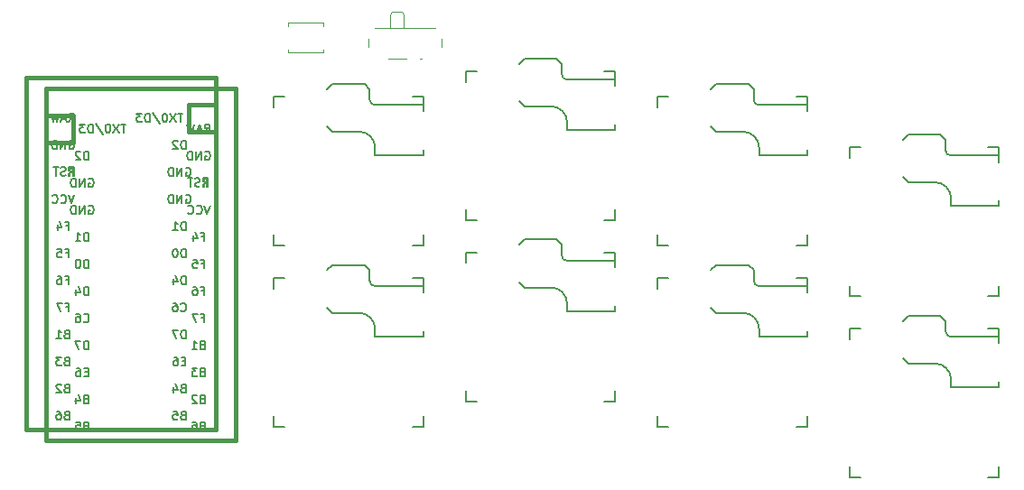
<source format=gbr>
%TF.GenerationSoftware,KiCad,Pcbnew,5.1.8*%
%TF.CreationDate,2021-03-07T13:16:49-06:00*%
%TF.ProjectId,small-paintbrush-hotswap,736d616c-6c2d-4706-9169-6e7462727573,rev?*%
%TF.SameCoordinates,Original*%
%TF.FileFunction,Legend,Bot*%
%TF.FilePolarity,Positive*%
%FSLAX46Y46*%
G04 Gerber Fmt 4.6, Leading zero omitted, Abs format (unit mm)*
G04 Created by KiCad (PCBNEW 5.1.8) date 2021-03-07 13:16:49*
%MOMM*%
%LPD*%
G01*
G04 APERTURE LIST*
%ADD10C,0.120000*%
%ADD11C,0.381000*%
%ADD12C,0.150000*%
G04 APERTURE END LIST*
D10*
%TO.C,SW1*%
X112601737Y-23019425D02*
X112801737Y-23019425D01*
X109801737Y-18879425D02*
X110001737Y-18669425D01*
X111101737Y-18879425D02*
X110901737Y-18669425D01*
X109801737Y-20169425D02*
X109801737Y-18879425D01*
X110001737Y-18669425D02*
X110901737Y-18669425D01*
X111101737Y-18879425D02*
X111101737Y-20169425D01*
X108351737Y-20169425D02*
X114051737Y-20169425D01*
X109601737Y-23019425D02*
X111301737Y-23019425D01*
X107751737Y-21969425D02*
X107751737Y-21179425D01*
X114651737Y-21179425D02*
X114651737Y-21969425D01*
D11*
%TO.C,U2*%
X93491739Y-27359424D02*
X93491739Y-57839424D01*
X93491739Y-57839424D02*
X75711739Y-57839424D01*
X75711739Y-57839424D02*
X75711739Y-27359424D01*
X90951739Y-27359424D02*
X90951739Y-29899424D01*
X90951739Y-29899424D02*
X93491739Y-29899424D01*
D12*
G36*
X79670171Y-33238784D02*
G01*
X79670171Y-33538784D01*
X79770171Y-33538784D01*
X79770171Y-33238784D01*
X79670171Y-33238784D01*
G37*
X79670171Y-33238784D02*
X79670171Y-33538784D01*
X79770171Y-33538784D01*
X79770171Y-33238784D01*
X79670171Y-33238784D01*
G36*
X79870171Y-33638784D02*
G01*
X79870171Y-33738784D01*
X79970171Y-33738784D01*
X79970171Y-33638784D01*
X79870171Y-33638784D01*
G37*
X79870171Y-33638784D02*
X79870171Y-33738784D01*
X79970171Y-33738784D01*
X79970171Y-33638784D01*
X79870171Y-33638784D01*
G36*
X79670171Y-33238784D02*
G01*
X79670171Y-33338784D01*
X80170171Y-33338784D01*
X80170171Y-33238784D01*
X79670171Y-33238784D01*
G37*
X79670171Y-33238784D02*
X79670171Y-33338784D01*
X80170171Y-33338784D01*
X80170171Y-33238784D01*
X79670171Y-33238784D01*
G36*
X80070171Y-33238784D02*
G01*
X80070171Y-34038784D01*
X80170171Y-34038784D01*
X80170171Y-33238784D01*
X80070171Y-33238784D01*
G37*
X80070171Y-33238784D02*
X80070171Y-34038784D01*
X80170171Y-34038784D01*
X80170171Y-33238784D01*
X80070171Y-33238784D01*
G36*
X79670171Y-33838784D02*
G01*
X79670171Y-34038784D01*
X79770171Y-34038784D01*
X79770171Y-33838784D01*
X79670171Y-33838784D01*
G37*
X79670171Y-33838784D02*
X79670171Y-34038784D01*
X79770171Y-34038784D01*
X79770171Y-33838784D01*
X79670171Y-33838784D01*
D11*
X75711739Y-27359424D02*
X75711739Y-24819424D01*
X75711739Y-24819424D02*
X93491739Y-24819424D01*
X93491739Y-24819424D02*
X93491739Y-27359424D01*
X90951739Y-27359424D02*
X93491739Y-27359424D01*
D12*
%TO.C,KEY3*%
X144401739Y-31399426D02*
X144401739Y-32099426D01*
X144401739Y-32099426D02*
X148901739Y-32099426D01*
X143401739Y-25399426D02*
X143901739Y-25899426D01*
X143901739Y-26899426D02*
X143901739Y-25899426D01*
X148901739Y-27399426D02*
X144401739Y-27399426D01*
X139901739Y-29399426D02*
X140401739Y-29899426D01*
X148901739Y-27999426D02*
X148901739Y-27399426D01*
X140401739Y-29899426D02*
X142901739Y-29899426D01*
X139901739Y-25899426D02*
X140401739Y-25399426D01*
X140401739Y-25399426D02*
X143401739Y-25399426D01*
X148901739Y-32099426D02*
X148901739Y-31599426D01*
X134901739Y-26599426D02*
X135901739Y-26599426D01*
X134901739Y-27599426D02*
X134901739Y-26599426D01*
X148901739Y-26599426D02*
X148901739Y-27599426D01*
X147901739Y-26599426D02*
X148901739Y-26599426D01*
X148901739Y-39599426D02*
X148901739Y-40599426D01*
X148901739Y-40599426D02*
X147901739Y-40599426D01*
X134901739Y-40599426D02*
X134901739Y-39599426D01*
X135901739Y-40599426D02*
X134901739Y-40599426D01*
X142901739Y-29899426D02*
G75*
G02*
X144401739Y-31399426I0J-1500000D01*
G01*
X144401739Y-27399426D02*
G75*
G02*
X143901739Y-26899426I0J500000D01*
G01*
%TO.C,KEY8*%
X162401739Y-53149423D02*
X162401739Y-53849423D01*
X162401739Y-53849423D02*
X166901739Y-53849423D01*
X161401739Y-47149423D02*
X161901739Y-47649423D01*
X161901739Y-48649423D02*
X161901739Y-47649423D01*
X166901739Y-49149423D02*
X162401739Y-49149423D01*
X157901739Y-51149423D02*
X158401739Y-51649423D01*
X166901739Y-49749423D02*
X166901739Y-49149423D01*
X158401739Y-51649423D02*
X160901739Y-51649423D01*
X157901739Y-47649423D02*
X158401739Y-47149423D01*
X158401739Y-47149423D02*
X161401739Y-47149423D01*
X166901739Y-53849423D02*
X166901739Y-53349423D01*
X152901739Y-48349423D02*
X153901739Y-48349423D01*
X152901739Y-49349423D02*
X152901739Y-48349423D01*
X166901739Y-48349423D02*
X166901739Y-49349423D01*
X165901739Y-48349423D02*
X166901739Y-48349423D01*
X166901739Y-61349423D02*
X166901739Y-62349423D01*
X166901739Y-62349423D02*
X165901739Y-62349423D01*
X152901739Y-62349423D02*
X152901739Y-61349423D01*
X153901739Y-62349423D02*
X152901739Y-62349423D01*
X160901739Y-51649423D02*
G75*
G02*
X162401739Y-53149423I0J-1500000D01*
G01*
X162401739Y-49149423D02*
G75*
G02*
X161901739Y-48649423I0J500000D01*
G01*
%TO.C,KEY7*%
X144401739Y-48399426D02*
X144401739Y-49099426D01*
X144401739Y-49099426D02*
X148901739Y-49099426D01*
X143401739Y-42399426D02*
X143901739Y-42899426D01*
X143901739Y-43899426D02*
X143901739Y-42899426D01*
X148901739Y-44399426D02*
X144401739Y-44399426D01*
X139901739Y-46399426D02*
X140401739Y-46899426D01*
X148901739Y-44999426D02*
X148901739Y-44399426D01*
X140401739Y-46899426D02*
X142901739Y-46899426D01*
X139901739Y-42899426D02*
X140401739Y-42399426D01*
X140401739Y-42399426D02*
X143401739Y-42399426D01*
X148901739Y-49099426D02*
X148901739Y-48599426D01*
X134901739Y-43599426D02*
X135901739Y-43599426D01*
X134901739Y-44599426D02*
X134901739Y-43599426D01*
X148901739Y-43599426D02*
X148901739Y-44599426D01*
X147901739Y-43599426D02*
X148901739Y-43599426D01*
X148901739Y-56599426D02*
X148901739Y-57599426D01*
X148901739Y-57599426D02*
X147901739Y-57599426D01*
X134901739Y-57599426D02*
X134901739Y-56599426D01*
X135901739Y-57599426D02*
X134901739Y-57599426D01*
X142901739Y-46899426D02*
G75*
G02*
X144401739Y-48399426I0J-1500000D01*
G01*
X144401739Y-44399426D02*
G75*
G02*
X143901739Y-43899426I0J500000D01*
G01*
%TO.C,KEY6*%
X117901739Y-55219424D02*
X116901739Y-55219424D01*
X116901739Y-55219424D02*
X116901739Y-54219424D01*
X130901739Y-55219424D02*
X129901739Y-55219424D01*
X130901739Y-54219424D02*
X130901739Y-55219424D01*
X129901739Y-41219424D02*
X130901739Y-41219424D01*
X130901739Y-41219424D02*
X130901739Y-42219424D01*
X116901739Y-42219424D02*
X116901739Y-41219424D01*
X116901739Y-41219424D02*
X117901739Y-41219424D01*
X130901739Y-46719424D02*
X130901739Y-46219424D01*
X122401739Y-40019424D02*
X125401739Y-40019424D01*
X121901739Y-40519424D02*
X122401739Y-40019424D01*
X122401739Y-44519424D02*
X124901739Y-44519424D01*
X130901739Y-42619424D02*
X130901739Y-42019424D01*
X121901739Y-44019424D02*
X122401739Y-44519424D01*
X130901739Y-42019424D02*
X126401739Y-42019424D01*
X125901739Y-41519424D02*
X125901739Y-40519424D01*
X125401739Y-40019424D02*
X125901739Y-40519424D01*
X126401739Y-46719424D02*
X130901739Y-46719424D01*
X126401739Y-46019424D02*
X126401739Y-46719424D01*
X126401739Y-42019424D02*
G75*
G02*
X125901739Y-41519424I0J500000D01*
G01*
X124901739Y-44519424D02*
G75*
G02*
X126401739Y-46019424I0J-1500000D01*
G01*
%TO.C,KEY5*%
X108401736Y-48399424D02*
X108401736Y-49099424D01*
X108401736Y-49099424D02*
X112901736Y-49099424D01*
X107401736Y-42399424D02*
X107901736Y-42899424D01*
X107901736Y-43899424D02*
X107901736Y-42899424D01*
X112901736Y-44399424D02*
X108401736Y-44399424D01*
X103901736Y-46399424D02*
X104401736Y-46899424D01*
X112901736Y-44999424D02*
X112901736Y-44399424D01*
X104401736Y-46899424D02*
X106901736Y-46899424D01*
X103901736Y-42899424D02*
X104401736Y-42399424D01*
X104401736Y-42399424D02*
X107401736Y-42399424D01*
X112901736Y-49099424D02*
X112901736Y-48599424D01*
X98901736Y-43599424D02*
X99901736Y-43599424D01*
X98901736Y-44599424D02*
X98901736Y-43599424D01*
X112901736Y-43599424D02*
X112901736Y-44599424D01*
X111901736Y-43599424D02*
X112901736Y-43599424D01*
X112901736Y-56599424D02*
X112901736Y-57599424D01*
X112901736Y-57599424D02*
X111901736Y-57599424D01*
X98901736Y-57599424D02*
X98901736Y-56599424D01*
X99901736Y-57599424D02*
X98901736Y-57599424D01*
X106901736Y-46899424D02*
G75*
G02*
X108401736Y-48399424I0J-1500000D01*
G01*
X108401736Y-44399424D02*
G75*
G02*
X107901736Y-43899424I0J500000D01*
G01*
%TO.C,KEY4*%
X162401737Y-36149424D02*
X162401737Y-36849424D01*
X162401737Y-36849424D02*
X166901737Y-36849424D01*
X161401737Y-30149424D02*
X161901737Y-30649424D01*
X161901737Y-31649424D02*
X161901737Y-30649424D01*
X166901737Y-32149424D02*
X162401737Y-32149424D01*
X157901737Y-34149424D02*
X158401737Y-34649424D01*
X166901737Y-32749424D02*
X166901737Y-32149424D01*
X158401737Y-34649424D02*
X160901737Y-34649424D01*
X157901737Y-30649424D02*
X158401737Y-30149424D01*
X158401737Y-30149424D02*
X161401737Y-30149424D01*
X166901737Y-36849424D02*
X166901737Y-36349424D01*
X152901737Y-31349424D02*
X153901737Y-31349424D01*
X152901737Y-32349424D02*
X152901737Y-31349424D01*
X166901737Y-31349424D02*
X166901737Y-32349424D01*
X165901737Y-31349424D02*
X166901737Y-31349424D01*
X166901737Y-44349424D02*
X166901737Y-45349424D01*
X166901737Y-45349424D02*
X165901737Y-45349424D01*
X152901737Y-45349424D02*
X152901737Y-44349424D01*
X153901737Y-45349424D02*
X152901737Y-45349424D01*
X160901737Y-34649424D02*
G75*
G02*
X162401737Y-36149424I0J-1500000D01*
G01*
X162401737Y-32149424D02*
G75*
G02*
X161901737Y-31649424I0J500000D01*
G01*
%TO.C,KEY2*%
X117901737Y-38219424D02*
X116901737Y-38219424D01*
X116901737Y-38219424D02*
X116901737Y-37219424D01*
X130901737Y-38219424D02*
X129901737Y-38219424D01*
X130901737Y-37219424D02*
X130901737Y-38219424D01*
X129901737Y-24219424D02*
X130901737Y-24219424D01*
X130901737Y-24219424D02*
X130901737Y-25219424D01*
X116901737Y-25219424D02*
X116901737Y-24219424D01*
X116901737Y-24219424D02*
X117901737Y-24219424D01*
X130901737Y-29719424D02*
X130901737Y-29219424D01*
X122401737Y-23019424D02*
X125401737Y-23019424D01*
X121901737Y-23519424D02*
X122401737Y-23019424D01*
X122401737Y-27519424D02*
X124901737Y-27519424D01*
X130901737Y-25619424D02*
X130901737Y-25019424D01*
X121901737Y-27019424D02*
X122401737Y-27519424D01*
X130901737Y-25019424D02*
X126401737Y-25019424D01*
X125901737Y-24519424D02*
X125901737Y-23519424D01*
X125401737Y-23019424D02*
X125901737Y-23519424D01*
X126401737Y-29719424D02*
X130901737Y-29719424D01*
X126401737Y-29019424D02*
X126401737Y-29719424D01*
X126401737Y-25019424D02*
G75*
G02*
X125901737Y-24519424I0J500000D01*
G01*
X124901737Y-27519424D02*
G75*
G02*
X126401737Y-29019424I0J-1500000D01*
G01*
%TO.C,KEY1*%
X108401737Y-31399424D02*
X108401737Y-32099424D01*
X108401737Y-32099424D02*
X112901737Y-32099424D01*
X107401737Y-25399424D02*
X107901737Y-25899424D01*
X107901737Y-26899424D02*
X107901737Y-25899424D01*
X112901737Y-27399424D02*
X108401737Y-27399424D01*
X103901737Y-29399424D02*
X104401737Y-29899424D01*
X112901737Y-27999424D02*
X112901737Y-27399424D01*
X104401737Y-29899424D02*
X106901737Y-29899424D01*
X103901737Y-25899424D02*
X104401737Y-25399424D01*
X104401737Y-25399424D02*
X107401737Y-25399424D01*
X112901737Y-32099424D02*
X112901737Y-31599424D01*
X98901737Y-26599424D02*
X99901737Y-26599424D01*
X98901737Y-27599424D02*
X98901737Y-26599424D01*
X112901737Y-26599424D02*
X112901737Y-27599424D01*
X111901737Y-26599424D02*
X112901737Y-26599424D01*
X112901737Y-39599424D02*
X112901737Y-40599424D01*
X112901737Y-40599424D02*
X111901737Y-40599424D01*
X98901737Y-40599424D02*
X98901737Y-39599424D01*
X99901737Y-40599424D02*
X98901737Y-40599424D01*
X106901737Y-29899424D02*
G75*
G02*
X108401737Y-31399424I0J-1500000D01*
G01*
X108401737Y-27399424D02*
G75*
G02*
X107901737Y-26899424I0J500000D01*
G01*
D11*
%TO.C,U1*%
X80051737Y-30899424D02*
X77511737Y-30899424D01*
X80051737Y-28359424D02*
X80051737Y-30899424D01*
D12*
G36*
X92446372Y-34648454D02*
G01*
X92446372Y-34748454D01*
X92546372Y-34748454D01*
X92546372Y-34648454D01*
X92446372Y-34648454D01*
G37*
X92446372Y-34648454D02*
X92446372Y-34748454D01*
X92546372Y-34748454D01*
X92546372Y-34648454D01*
X92446372Y-34648454D01*
G36*
X92646372Y-34248454D02*
G01*
X92646372Y-35048454D01*
X92746372Y-35048454D01*
X92746372Y-34248454D01*
X92646372Y-34248454D01*
G37*
X92646372Y-34248454D02*
X92646372Y-35048454D01*
X92746372Y-35048454D01*
X92746372Y-34248454D01*
X92646372Y-34248454D01*
G36*
X92246372Y-34848454D02*
G01*
X92246372Y-35048454D01*
X92346372Y-35048454D01*
X92346372Y-34848454D01*
X92246372Y-34848454D01*
G37*
X92246372Y-34848454D02*
X92246372Y-35048454D01*
X92346372Y-35048454D01*
X92346372Y-34848454D01*
X92246372Y-34848454D01*
G36*
X92246372Y-34248454D02*
G01*
X92246372Y-34548454D01*
X92346372Y-34548454D01*
X92346372Y-34248454D01*
X92246372Y-34248454D01*
G37*
X92246372Y-34248454D02*
X92246372Y-34548454D01*
X92346372Y-34548454D01*
X92346372Y-34248454D01*
X92246372Y-34248454D01*
G36*
X92246372Y-34248454D02*
G01*
X92246372Y-34348454D01*
X92746372Y-34348454D01*
X92746372Y-34248454D01*
X92246372Y-34248454D01*
G37*
X92246372Y-34248454D02*
X92246372Y-34348454D01*
X92746372Y-34348454D01*
X92746372Y-34248454D01*
X92246372Y-34248454D01*
D11*
X95291737Y-58839424D02*
X95291737Y-25819424D01*
X77511737Y-58839424D02*
X95291737Y-58839424D01*
X77511737Y-25819424D02*
X77511737Y-58839424D01*
X95291737Y-25819424D02*
X77511737Y-25819424D01*
X80051737Y-28359424D02*
X77511737Y-28359424D01*
D10*
%TO.C,PUSH1*%
X100251737Y-19999425D02*
X100251737Y-19699425D01*
X100251737Y-19699425D02*
X103551737Y-19699425D01*
X103551737Y-19699425D02*
X103551737Y-19999425D01*
X100251737Y-22199425D02*
X100251737Y-22499425D01*
X100251737Y-22499425D02*
X103551737Y-22499425D01*
X103551737Y-22499425D02*
X103551737Y-22199425D01*
%TO.C,U2*%
D12*
X79464548Y-53972281D02*
X79350262Y-54010376D01*
X79312167Y-54048471D01*
X79274072Y-54124662D01*
X79274072Y-54238947D01*
X79312167Y-54315138D01*
X79350262Y-54353233D01*
X79426453Y-54391328D01*
X79731215Y-54391328D01*
X79731215Y-53591328D01*
X79464548Y-53591328D01*
X79388358Y-53629424D01*
X79350262Y-53667519D01*
X79312167Y-53743709D01*
X79312167Y-53819900D01*
X79350262Y-53896090D01*
X79388358Y-53934185D01*
X79464548Y-53972281D01*
X79731215Y-53972281D01*
X78969310Y-53667519D02*
X78931215Y-53629424D01*
X78855024Y-53591328D01*
X78664548Y-53591328D01*
X78588358Y-53629424D01*
X78550262Y-53667519D01*
X78512167Y-53743709D01*
X78512167Y-53819900D01*
X78550262Y-53934185D01*
X79007405Y-54391328D01*
X78512167Y-54391328D01*
X79407405Y-46352281D02*
X79674072Y-46352281D01*
X79674072Y-46771328D02*
X79674072Y-45971328D01*
X79293119Y-45971328D01*
X79064548Y-45971328D02*
X78531215Y-45971328D01*
X78874072Y-46771328D01*
X79407405Y-43812281D02*
X79674072Y-43812281D01*
X79674072Y-44231328D02*
X79674072Y-43431328D01*
X79293119Y-43431328D01*
X78645500Y-43431328D02*
X78797881Y-43431328D01*
X78874072Y-43469424D01*
X78912167Y-43507519D01*
X78988358Y-43621804D01*
X79026453Y-43774185D01*
X79026453Y-44078947D01*
X78988358Y-44155138D01*
X78950262Y-44193233D01*
X78874072Y-44231328D01*
X78721691Y-44231328D01*
X78645500Y-44193233D01*
X78607405Y-44155138D01*
X78569310Y-44078947D01*
X78569310Y-43888471D01*
X78607405Y-43812281D01*
X78645500Y-43774185D01*
X78721691Y-43736090D01*
X78874072Y-43736090D01*
X78950262Y-43774185D01*
X78988358Y-43812281D01*
X79026453Y-43888471D01*
X79407405Y-41272281D02*
X79674072Y-41272281D01*
X79674072Y-41691328D02*
X79674072Y-40891328D01*
X79293119Y-40891328D01*
X78607405Y-40891328D02*
X78988358Y-40891328D01*
X79026453Y-41272281D01*
X78988358Y-41234185D01*
X78912167Y-41196090D01*
X78721691Y-41196090D01*
X78645500Y-41234185D01*
X78607405Y-41272281D01*
X78569310Y-41348471D01*
X78569310Y-41538947D01*
X78607405Y-41615138D01*
X78645500Y-41653233D01*
X78721691Y-41691328D01*
X78912167Y-41691328D01*
X78988358Y-41653233D01*
X79026453Y-41615138D01*
X79693119Y-28991328D02*
X79959786Y-28610376D01*
X80150262Y-28991328D02*
X80150262Y-28191328D01*
X79845500Y-28191328D01*
X79769310Y-28229424D01*
X79731215Y-28267519D01*
X79693119Y-28343709D01*
X79693119Y-28457995D01*
X79731215Y-28534185D01*
X79769310Y-28572281D01*
X79845500Y-28610376D01*
X80150262Y-28610376D01*
X79388358Y-28762757D02*
X79007405Y-28762757D01*
X79464548Y-28991328D02*
X79197881Y-28191328D01*
X78931215Y-28991328D01*
X78740739Y-28191328D02*
X78550262Y-28991328D01*
X78397881Y-28419900D01*
X78245500Y-28991328D01*
X78055024Y-28191328D01*
X79750262Y-30769424D02*
X79826453Y-30731328D01*
X79940739Y-30731328D01*
X80055024Y-30769424D01*
X80131215Y-30845614D01*
X80169310Y-30921804D01*
X80207405Y-31074185D01*
X80207405Y-31188471D01*
X80169310Y-31340852D01*
X80131215Y-31417043D01*
X80055024Y-31493233D01*
X79940739Y-31531328D01*
X79864548Y-31531328D01*
X79750262Y-31493233D01*
X79712167Y-31455138D01*
X79712167Y-31188471D01*
X79864548Y-31188471D01*
X79369310Y-31531328D02*
X79369310Y-30731328D01*
X78912167Y-31531328D01*
X78912167Y-30731328D01*
X78531215Y-31531328D02*
X78531215Y-30731328D01*
X78340739Y-30731328D01*
X78226453Y-30769424D01*
X78150262Y-30845614D01*
X78112167Y-30921804D01*
X78074072Y-31074185D01*
X78074072Y-31188471D01*
X78112167Y-31340852D01*
X78150262Y-31417043D01*
X78226453Y-31493233D01*
X78340739Y-31531328D01*
X78531215Y-31531328D01*
X79401952Y-34003233D02*
X79287666Y-34041328D01*
X79097190Y-34041328D01*
X79020999Y-34003233D01*
X78982904Y-33965138D01*
X78944809Y-33888947D01*
X78944809Y-33812757D01*
X78982904Y-33736566D01*
X79020999Y-33698471D01*
X79097190Y-33660376D01*
X79249571Y-33622281D01*
X79325761Y-33584185D01*
X79363857Y-33546090D01*
X79401952Y-33469900D01*
X79401952Y-33393709D01*
X79363857Y-33317519D01*
X79325761Y-33279424D01*
X79249571Y-33241328D01*
X79059095Y-33241328D01*
X78944809Y-33279424D01*
X78716238Y-33241328D02*
X78259095Y-33241328D01*
X78487666Y-34041328D02*
X78487666Y-33241328D01*
X80207405Y-35811328D02*
X79940739Y-36611328D01*
X79674072Y-35811328D01*
X78950262Y-36535138D02*
X78988358Y-36573233D01*
X79102643Y-36611328D01*
X79178834Y-36611328D01*
X79293119Y-36573233D01*
X79369310Y-36497043D01*
X79407405Y-36420852D01*
X79445500Y-36268471D01*
X79445500Y-36154185D01*
X79407405Y-36001804D01*
X79369310Y-35925614D01*
X79293119Y-35849424D01*
X79178834Y-35811328D01*
X79102643Y-35811328D01*
X78988358Y-35849424D01*
X78950262Y-35887519D01*
X78150262Y-36535138D02*
X78188358Y-36573233D01*
X78302643Y-36611328D01*
X78378834Y-36611328D01*
X78493119Y-36573233D01*
X78569310Y-36497043D01*
X78607405Y-36420852D01*
X78645500Y-36268471D01*
X78645500Y-36154185D01*
X78607405Y-36001804D01*
X78569310Y-35925614D01*
X78493119Y-35849424D01*
X78378834Y-35811328D01*
X78302643Y-35811328D01*
X78188358Y-35849424D01*
X78150262Y-35887519D01*
X79407405Y-38732281D02*
X79674072Y-38732281D01*
X79674072Y-39151328D02*
X79674072Y-38351328D01*
X79293119Y-38351328D01*
X78645500Y-38617995D02*
X78645500Y-39151328D01*
X78835977Y-38313233D02*
X79026453Y-38884662D01*
X78531215Y-38884662D01*
X79464548Y-48892281D02*
X79350262Y-48930376D01*
X79312167Y-48968471D01*
X79274072Y-49044662D01*
X79274072Y-49158947D01*
X79312167Y-49235138D01*
X79350262Y-49273233D01*
X79426453Y-49311328D01*
X79731215Y-49311328D01*
X79731215Y-48511328D01*
X79464548Y-48511328D01*
X79388358Y-48549424D01*
X79350262Y-48587519D01*
X79312167Y-48663709D01*
X79312167Y-48739900D01*
X79350262Y-48816090D01*
X79388358Y-48854185D01*
X79464548Y-48892281D01*
X79731215Y-48892281D01*
X78512167Y-49311328D02*
X78969310Y-49311328D01*
X78740739Y-49311328D02*
X78740739Y-48511328D01*
X78816929Y-48625614D01*
X78893119Y-48701804D01*
X78969310Y-48739900D01*
X79464548Y-51432281D02*
X79350262Y-51470376D01*
X79312167Y-51508471D01*
X79274072Y-51584662D01*
X79274072Y-51698947D01*
X79312167Y-51775138D01*
X79350262Y-51813233D01*
X79426453Y-51851328D01*
X79731215Y-51851328D01*
X79731215Y-51051328D01*
X79464548Y-51051328D01*
X79388358Y-51089424D01*
X79350262Y-51127519D01*
X79312167Y-51203709D01*
X79312167Y-51279900D01*
X79350262Y-51356090D01*
X79388358Y-51394185D01*
X79464548Y-51432281D01*
X79731215Y-51432281D01*
X79007405Y-51051328D02*
X78512167Y-51051328D01*
X78778834Y-51356090D01*
X78664548Y-51356090D01*
X78588358Y-51394185D01*
X78550262Y-51432281D01*
X78512167Y-51508471D01*
X78512167Y-51698947D01*
X78550262Y-51775138D01*
X78588358Y-51813233D01*
X78664548Y-51851328D01*
X78893119Y-51851328D01*
X78969310Y-51813233D01*
X79007405Y-51775138D01*
X79464548Y-56512281D02*
X79350262Y-56550376D01*
X79312167Y-56588471D01*
X79274072Y-56664662D01*
X79274072Y-56778947D01*
X79312167Y-56855138D01*
X79350262Y-56893233D01*
X79426453Y-56931328D01*
X79731215Y-56931328D01*
X79731215Y-56131328D01*
X79464548Y-56131328D01*
X79388358Y-56169424D01*
X79350262Y-56207519D01*
X79312167Y-56283709D01*
X79312167Y-56359900D01*
X79350262Y-56436090D01*
X79388358Y-56474185D01*
X79464548Y-56512281D01*
X79731215Y-56512281D01*
X78588358Y-56131328D02*
X78740739Y-56131328D01*
X78816929Y-56169424D01*
X78855024Y-56207519D01*
X78931215Y-56321804D01*
X78969310Y-56474185D01*
X78969310Y-56778947D01*
X78931215Y-56855138D01*
X78893119Y-56893233D01*
X78816929Y-56931328D01*
X78664548Y-56931328D01*
X78588358Y-56893233D01*
X78550262Y-56855138D01*
X78512167Y-56778947D01*
X78512167Y-56588471D01*
X78550262Y-56512281D01*
X78588358Y-56474185D01*
X78664548Y-56436090D01*
X78816929Y-56436090D01*
X78893119Y-56474185D01*
X78931215Y-56512281D01*
X78969310Y-56588471D01*
X90386548Y-56512281D02*
X90272262Y-56550376D01*
X90234167Y-56588471D01*
X90196072Y-56664662D01*
X90196072Y-56778947D01*
X90234167Y-56855138D01*
X90272262Y-56893233D01*
X90348453Y-56931328D01*
X90653215Y-56931328D01*
X90653215Y-56131328D01*
X90386548Y-56131328D01*
X90310358Y-56169424D01*
X90272262Y-56207519D01*
X90234167Y-56283709D01*
X90234167Y-56359900D01*
X90272262Y-56436090D01*
X90310358Y-56474185D01*
X90386548Y-56512281D01*
X90653215Y-56512281D01*
X89472262Y-56131328D02*
X89853215Y-56131328D01*
X89891310Y-56512281D01*
X89853215Y-56474185D01*
X89777024Y-56436090D01*
X89586548Y-56436090D01*
X89510358Y-56474185D01*
X89472262Y-56512281D01*
X89434167Y-56588471D01*
X89434167Y-56778947D01*
X89472262Y-56855138D01*
X89510358Y-56893233D01*
X89586548Y-56931328D01*
X89777024Y-56931328D01*
X89853215Y-56893233D01*
X89891310Y-56855138D01*
X90386548Y-53972281D02*
X90272262Y-54010376D01*
X90234167Y-54048471D01*
X90196072Y-54124662D01*
X90196072Y-54238947D01*
X90234167Y-54315138D01*
X90272262Y-54353233D01*
X90348453Y-54391328D01*
X90653215Y-54391328D01*
X90653215Y-53591328D01*
X90386548Y-53591328D01*
X90310358Y-53629424D01*
X90272262Y-53667519D01*
X90234167Y-53743709D01*
X90234167Y-53819900D01*
X90272262Y-53896090D01*
X90310358Y-53934185D01*
X90386548Y-53972281D01*
X90653215Y-53972281D01*
X89510358Y-53857995D02*
X89510358Y-54391328D01*
X89700834Y-53553233D02*
X89891310Y-54124662D01*
X89396072Y-54124662D01*
X90615119Y-51432281D02*
X90348453Y-51432281D01*
X90234167Y-51851328D02*
X90615119Y-51851328D01*
X90615119Y-51051328D01*
X90234167Y-51051328D01*
X89548453Y-51051328D02*
X89700834Y-51051328D01*
X89777024Y-51089424D01*
X89815119Y-51127519D01*
X89891310Y-51241804D01*
X89929405Y-51394185D01*
X89929405Y-51698947D01*
X89891310Y-51775138D01*
X89853215Y-51813233D01*
X89777024Y-51851328D01*
X89624643Y-51851328D01*
X89548453Y-51813233D01*
X89510358Y-51775138D01*
X89472262Y-51698947D01*
X89472262Y-51508471D01*
X89510358Y-51432281D01*
X89548453Y-51394185D01*
X89624643Y-51356090D01*
X89777024Y-51356090D01*
X89853215Y-51394185D01*
X89891310Y-51432281D01*
X89929405Y-51508471D01*
X90653215Y-49311328D02*
X90653215Y-48511328D01*
X90462739Y-48511328D01*
X90348453Y-48549424D01*
X90272262Y-48625614D01*
X90234167Y-48701804D01*
X90196072Y-48854185D01*
X90196072Y-48968471D01*
X90234167Y-49120852D01*
X90272262Y-49197043D01*
X90348453Y-49273233D01*
X90462739Y-49311328D01*
X90653215Y-49311328D01*
X89929405Y-48511328D02*
X89396072Y-48511328D01*
X89738929Y-49311328D01*
X90196072Y-46695138D02*
X90234167Y-46733233D01*
X90348453Y-46771328D01*
X90424643Y-46771328D01*
X90538929Y-46733233D01*
X90615119Y-46657043D01*
X90653215Y-46580852D01*
X90691310Y-46428471D01*
X90691310Y-46314185D01*
X90653215Y-46161804D01*
X90615119Y-46085614D01*
X90538929Y-46009424D01*
X90424643Y-45971328D01*
X90348453Y-45971328D01*
X90234167Y-46009424D01*
X90196072Y-46047519D01*
X89510358Y-45971328D02*
X89662739Y-45971328D01*
X89738929Y-46009424D01*
X89777024Y-46047519D01*
X89853215Y-46161804D01*
X89891310Y-46314185D01*
X89891310Y-46618947D01*
X89853215Y-46695138D01*
X89815119Y-46733233D01*
X89738929Y-46771328D01*
X89586548Y-46771328D01*
X89510358Y-46733233D01*
X89472262Y-46695138D01*
X89434167Y-46618947D01*
X89434167Y-46428471D01*
X89472262Y-46352281D01*
X89510358Y-46314185D01*
X89586548Y-46276090D01*
X89738929Y-46276090D01*
X89815119Y-46314185D01*
X89853215Y-46352281D01*
X89891310Y-46428471D01*
X90653215Y-44231328D02*
X90653215Y-43431328D01*
X90462739Y-43431328D01*
X90348453Y-43469424D01*
X90272262Y-43545614D01*
X90234167Y-43621804D01*
X90196072Y-43774185D01*
X90196072Y-43888471D01*
X90234167Y-44040852D01*
X90272262Y-44117043D01*
X90348453Y-44193233D01*
X90462739Y-44231328D01*
X90653215Y-44231328D01*
X89510358Y-43697995D02*
X89510358Y-44231328D01*
X89700834Y-43393233D02*
X89891310Y-43964662D01*
X89396072Y-43964662D01*
X90672262Y-33309424D02*
X90748453Y-33271328D01*
X90862739Y-33271328D01*
X90977024Y-33309424D01*
X91053215Y-33385614D01*
X91091310Y-33461804D01*
X91129405Y-33614185D01*
X91129405Y-33728471D01*
X91091310Y-33880852D01*
X91053215Y-33957043D01*
X90977024Y-34033233D01*
X90862739Y-34071328D01*
X90786548Y-34071328D01*
X90672262Y-34033233D01*
X90634167Y-33995138D01*
X90634167Y-33728471D01*
X90786548Y-33728471D01*
X90291310Y-34071328D02*
X90291310Y-33271328D01*
X89834167Y-34071328D01*
X89834167Y-33271328D01*
X89453215Y-34071328D02*
X89453215Y-33271328D01*
X89262739Y-33271328D01*
X89148453Y-33309424D01*
X89072262Y-33385614D01*
X89034167Y-33461804D01*
X88996072Y-33614185D01*
X88996072Y-33728471D01*
X89034167Y-33880852D01*
X89072262Y-33957043D01*
X89148453Y-34033233D01*
X89262739Y-34071328D01*
X89453215Y-34071328D01*
X90672262Y-35849424D02*
X90748453Y-35811328D01*
X90862739Y-35811328D01*
X90977024Y-35849424D01*
X91053215Y-35925614D01*
X91091310Y-36001804D01*
X91129405Y-36154185D01*
X91129405Y-36268471D01*
X91091310Y-36420852D01*
X91053215Y-36497043D01*
X90977024Y-36573233D01*
X90862739Y-36611328D01*
X90786548Y-36611328D01*
X90672262Y-36573233D01*
X90634167Y-36535138D01*
X90634167Y-36268471D01*
X90786548Y-36268471D01*
X90291310Y-36611328D02*
X90291310Y-35811328D01*
X89834167Y-36611328D01*
X89834167Y-35811328D01*
X89453215Y-36611328D02*
X89453215Y-35811328D01*
X89262739Y-35811328D01*
X89148453Y-35849424D01*
X89072262Y-35925614D01*
X89034167Y-36001804D01*
X88996072Y-36154185D01*
X88996072Y-36268471D01*
X89034167Y-36420852D01*
X89072262Y-36497043D01*
X89148453Y-36573233D01*
X89262739Y-36611328D01*
X89453215Y-36611328D01*
X90653215Y-39151328D02*
X90653215Y-38351328D01*
X90462739Y-38351328D01*
X90348453Y-38389424D01*
X90272262Y-38465614D01*
X90234167Y-38541804D01*
X90196072Y-38694185D01*
X90196072Y-38808471D01*
X90234167Y-38960852D01*
X90272262Y-39037043D01*
X90348453Y-39113233D01*
X90462739Y-39151328D01*
X90653215Y-39151328D01*
X89434167Y-39151328D02*
X89891310Y-39151328D01*
X89662739Y-39151328D02*
X89662739Y-38351328D01*
X89738929Y-38465614D01*
X89815119Y-38541804D01*
X89891310Y-38579900D01*
X90653215Y-41691328D02*
X90653215Y-40891328D01*
X90462739Y-40891328D01*
X90348453Y-40929424D01*
X90272262Y-41005614D01*
X90234167Y-41081804D01*
X90196072Y-41234185D01*
X90196072Y-41348471D01*
X90234167Y-41500852D01*
X90272262Y-41577043D01*
X90348453Y-41653233D01*
X90462739Y-41691328D01*
X90653215Y-41691328D01*
X89700834Y-40891328D02*
X89624643Y-40891328D01*
X89548453Y-40929424D01*
X89510358Y-40967519D01*
X89472262Y-41043709D01*
X89434167Y-41196090D01*
X89434167Y-41386566D01*
X89472262Y-41538947D01*
X89510358Y-41615138D01*
X89548453Y-41653233D01*
X89624643Y-41691328D01*
X89700834Y-41691328D01*
X89777024Y-41653233D01*
X89815119Y-41615138D01*
X89853215Y-41538947D01*
X89891310Y-41386566D01*
X89891310Y-41196090D01*
X89853215Y-41043709D01*
X89815119Y-40967519D01*
X89777024Y-40929424D01*
X89700834Y-40891328D01*
X90653215Y-31531328D02*
X90653215Y-30731328D01*
X90462739Y-30731328D01*
X90348453Y-30769424D01*
X90272262Y-30845614D01*
X90234167Y-30921804D01*
X90196072Y-31074185D01*
X90196072Y-31188471D01*
X90234167Y-31340852D01*
X90272262Y-31417043D01*
X90348453Y-31493233D01*
X90462739Y-31531328D01*
X90653215Y-31531328D01*
X89891310Y-30807519D02*
X89853215Y-30769424D01*
X89777024Y-30731328D01*
X89586548Y-30731328D01*
X89510358Y-30769424D01*
X89472262Y-30807519D01*
X89434167Y-30883709D01*
X89434167Y-30959900D01*
X89472262Y-31074185D01*
X89929405Y-31531328D01*
X89434167Y-31531328D01*
X90364087Y-28191328D02*
X89906944Y-28191328D01*
X90135515Y-28991328D02*
X90135515Y-28191328D01*
X89716468Y-28191328D02*
X89183134Y-28991328D01*
X89183134Y-28191328D02*
X89716468Y-28991328D01*
X88725991Y-28191328D02*
X88649801Y-28191328D01*
X88573611Y-28229424D01*
X88535515Y-28267519D01*
X88497420Y-28343709D01*
X88459325Y-28496090D01*
X88459325Y-28686566D01*
X88497420Y-28838947D01*
X88535515Y-28915138D01*
X88573611Y-28953233D01*
X88649801Y-28991328D01*
X88725991Y-28991328D01*
X88802182Y-28953233D01*
X88840277Y-28915138D01*
X88878372Y-28838947D01*
X88916468Y-28686566D01*
X88916468Y-28496090D01*
X88878372Y-28343709D01*
X88840277Y-28267519D01*
X88802182Y-28229424D01*
X88725991Y-28191328D01*
X87545039Y-28153233D02*
X88230753Y-29181804D01*
X87278372Y-28991328D02*
X87278372Y-28191328D01*
X87087896Y-28191328D01*
X86973611Y-28229424D01*
X86897420Y-28305614D01*
X86859325Y-28381804D01*
X86821230Y-28534185D01*
X86821230Y-28648471D01*
X86859325Y-28800852D01*
X86897420Y-28877043D01*
X86973611Y-28953233D01*
X87087896Y-28991328D01*
X87278372Y-28991328D01*
X86554563Y-28191328D02*
X86059325Y-28191328D01*
X86325991Y-28496090D01*
X86211706Y-28496090D01*
X86135515Y-28534185D01*
X86097420Y-28572281D01*
X86059325Y-28648471D01*
X86059325Y-28838947D01*
X86097420Y-28915138D01*
X86135515Y-28953233D01*
X86211706Y-28991328D01*
X86440277Y-28991328D01*
X86516468Y-28953233D01*
X86554563Y-28915138D01*
%TO.C,U1*%
X91975070Y-35013233D02*
X91860784Y-35051328D01*
X91670308Y-35051328D01*
X91594117Y-35013233D01*
X91556022Y-34975138D01*
X91517927Y-34898947D01*
X91517927Y-34822757D01*
X91556022Y-34746566D01*
X91594117Y-34708471D01*
X91670308Y-34670376D01*
X91822689Y-34632281D01*
X91898879Y-34594185D01*
X91936975Y-34556090D01*
X91975070Y-34479900D01*
X91975070Y-34403709D01*
X91936975Y-34327519D01*
X91898879Y-34289424D01*
X91822689Y-34251328D01*
X91632213Y-34251328D01*
X91517927Y-34289424D01*
X91289356Y-34251328D02*
X90832213Y-34251328D01*
X91060784Y-35051328D02*
X91060784Y-34251328D01*
X85020341Y-29191328D02*
X84563198Y-29191328D01*
X84791769Y-29991328D02*
X84791769Y-29191328D01*
X84372722Y-29191328D02*
X83839388Y-29991328D01*
X83839388Y-29191328D02*
X84372722Y-29991328D01*
X83382245Y-29191328D02*
X83306055Y-29191328D01*
X83229865Y-29229424D01*
X83191769Y-29267519D01*
X83153674Y-29343709D01*
X83115579Y-29496090D01*
X83115579Y-29686566D01*
X83153674Y-29838947D01*
X83191769Y-29915138D01*
X83229865Y-29953233D01*
X83306055Y-29991328D01*
X83382245Y-29991328D01*
X83458436Y-29953233D01*
X83496531Y-29915138D01*
X83534626Y-29838947D01*
X83572722Y-29686566D01*
X83572722Y-29496090D01*
X83534626Y-29343709D01*
X83496531Y-29267519D01*
X83458436Y-29229424D01*
X83382245Y-29191328D01*
X82201293Y-29153233D02*
X82887007Y-30181804D01*
X81934626Y-29991328D02*
X81934626Y-29191328D01*
X81744150Y-29191328D01*
X81629865Y-29229424D01*
X81553674Y-29305614D01*
X81515579Y-29381804D01*
X81477484Y-29534185D01*
X81477484Y-29648471D01*
X81515579Y-29800852D01*
X81553674Y-29877043D01*
X81629865Y-29953233D01*
X81744150Y-29991328D01*
X81934626Y-29991328D01*
X81210817Y-29191328D02*
X80715579Y-29191328D01*
X80982245Y-29496090D01*
X80867960Y-29496090D01*
X80791769Y-29534185D01*
X80753674Y-29572281D01*
X80715579Y-29648471D01*
X80715579Y-29838947D01*
X80753674Y-29915138D01*
X80791769Y-29953233D01*
X80867960Y-29991328D01*
X81096531Y-29991328D01*
X81172722Y-29953233D01*
X81210817Y-29915138D01*
X92186546Y-54972281D02*
X92072260Y-55010376D01*
X92034165Y-55048471D01*
X91996070Y-55124662D01*
X91996070Y-55238947D01*
X92034165Y-55315138D01*
X92072260Y-55353233D01*
X92148451Y-55391328D01*
X92453213Y-55391328D01*
X92453213Y-54591328D01*
X92186546Y-54591328D01*
X92110356Y-54629424D01*
X92072260Y-54667519D01*
X92034165Y-54743709D01*
X92034165Y-54819900D01*
X92072260Y-54896090D01*
X92110356Y-54934185D01*
X92186546Y-54972281D01*
X92453213Y-54972281D01*
X91691308Y-54667519D02*
X91653213Y-54629424D01*
X91577022Y-54591328D01*
X91386546Y-54591328D01*
X91310356Y-54629424D01*
X91272260Y-54667519D01*
X91234165Y-54743709D01*
X91234165Y-54819900D01*
X91272260Y-54934185D01*
X91729403Y-55391328D01*
X91234165Y-55391328D01*
X92129403Y-47352281D02*
X92396070Y-47352281D01*
X92396070Y-47771328D02*
X92396070Y-46971328D01*
X92015117Y-46971328D01*
X91786546Y-46971328D02*
X91253213Y-46971328D01*
X91596070Y-47771328D01*
X92129403Y-44812281D02*
X92396070Y-44812281D01*
X92396070Y-45231328D02*
X92396070Y-44431328D01*
X92015117Y-44431328D01*
X91367498Y-44431328D02*
X91519879Y-44431328D01*
X91596070Y-44469424D01*
X91634165Y-44507519D01*
X91710356Y-44621804D01*
X91748451Y-44774185D01*
X91748451Y-45078947D01*
X91710356Y-45155138D01*
X91672260Y-45193233D01*
X91596070Y-45231328D01*
X91443689Y-45231328D01*
X91367498Y-45193233D01*
X91329403Y-45155138D01*
X91291308Y-45078947D01*
X91291308Y-44888471D01*
X91329403Y-44812281D01*
X91367498Y-44774185D01*
X91443689Y-44736090D01*
X91596070Y-44736090D01*
X91672260Y-44774185D01*
X91710356Y-44812281D01*
X91748451Y-44888471D01*
X92129403Y-42272281D02*
X92396070Y-42272281D01*
X92396070Y-42691328D02*
X92396070Y-41891328D01*
X92015117Y-41891328D01*
X91329403Y-41891328D02*
X91710356Y-41891328D01*
X91748451Y-42272281D01*
X91710356Y-42234185D01*
X91634165Y-42196090D01*
X91443689Y-42196090D01*
X91367498Y-42234185D01*
X91329403Y-42272281D01*
X91291308Y-42348471D01*
X91291308Y-42538947D01*
X91329403Y-42615138D01*
X91367498Y-42653233D01*
X91443689Y-42691328D01*
X91634165Y-42691328D01*
X91710356Y-42653233D01*
X91748451Y-42615138D01*
X92415117Y-29991328D02*
X92681784Y-29610376D01*
X92872260Y-29991328D02*
X92872260Y-29191328D01*
X92567498Y-29191328D01*
X92491308Y-29229424D01*
X92453213Y-29267519D01*
X92415117Y-29343709D01*
X92415117Y-29457995D01*
X92453213Y-29534185D01*
X92491308Y-29572281D01*
X92567498Y-29610376D01*
X92872260Y-29610376D01*
X92110356Y-29762757D02*
X91729403Y-29762757D01*
X92186546Y-29991328D02*
X91919879Y-29191328D01*
X91653213Y-29991328D01*
X91462737Y-29191328D02*
X91272260Y-29991328D01*
X91119879Y-29419900D01*
X90967498Y-29991328D01*
X90777022Y-29191328D01*
X92472260Y-31769424D02*
X92548451Y-31731328D01*
X92662737Y-31731328D01*
X92777022Y-31769424D01*
X92853213Y-31845614D01*
X92891308Y-31921804D01*
X92929403Y-32074185D01*
X92929403Y-32188471D01*
X92891308Y-32340852D01*
X92853213Y-32417043D01*
X92777022Y-32493233D01*
X92662737Y-32531328D01*
X92586546Y-32531328D01*
X92472260Y-32493233D01*
X92434165Y-32455138D01*
X92434165Y-32188471D01*
X92586546Y-32188471D01*
X92091308Y-32531328D02*
X92091308Y-31731328D01*
X91634165Y-32531328D01*
X91634165Y-31731328D01*
X91253213Y-32531328D02*
X91253213Y-31731328D01*
X91062737Y-31731328D01*
X90948451Y-31769424D01*
X90872260Y-31845614D01*
X90834165Y-31921804D01*
X90796070Y-32074185D01*
X90796070Y-32188471D01*
X90834165Y-32340852D01*
X90872260Y-32417043D01*
X90948451Y-32493233D01*
X91062737Y-32531328D01*
X91253213Y-32531328D01*
X92929403Y-36811328D02*
X92662737Y-37611328D01*
X92396070Y-36811328D01*
X91672260Y-37535138D02*
X91710356Y-37573233D01*
X91824641Y-37611328D01*
X91900832Y-37611328D01*
X92015117Y-37573233D01*
X92091308Y-37497043D01*
X92129403Y-37420852D01*
X92167498Y-37268471D01*
X92167498Y-37154185D01*
X92129403Y-37001804D01*
X92091308Y-36925614D01*
X92015117Y-36849424D01*
X91900832Y-36811328D01*
X91824641Y-36811328D01*
X91710356Y-36849424D01*
X91672260Y-36887519D01*
X90872260Y-37535138D02*
X90910356Y-37573233D01*
X91024641Y-37611328D01*
X91100832Y-37611328D01*
X91215117Y-37573233D01*
X91291308Y-37497043D01*
X91329403Y-37420852D01*
X91367498Y-37268471D01*
X91367498Y-37154185D01*
X91329403Y-37001804D01*
X91291308Y-36925614D01*
X91215117Y-36849424D01*
X91100832Y-36811328D01*
X91024641Y-36811328D01*
X90910356Y-36849424D01*
X90872260Y-36887519D01*
X92129403Y-39732281D02*
X92396070Y-39732281D01*
X92396070Y-40151328D02*
X92396070Y-39351328D01*
X92015117Y-39351328D01*
X91367498Y-39617995D02*
X91367498Y-40151328D01*
X91557975Y-39313233D02*
X91748451Y-39884662D01*
X91253213Y-39884662D01*
X92186546Y-49892281D02*
X92072260Y-49930376D01*
X92034165Y-49968471D01*
X91996070Y-50044662D01*
X91996070Y-50158947D01*
X92034165Y-50235138D01*
X92072260Y-50273233D01*
X92148451Y-50311328D01*
X92453213Y-50311328D01*
X92453213Y-49511328D01*
X92186546Y-49511328D01*
X92110356Y-49549424D01*
X92072260Y-49587519D01*
X92034165Y-49663709D01*
X92034165Y-49739900D01*
X92072260Y-49816090D01*
X92110356Y-49854185D01*
X92186546Y-49892281D01*
X92453213Y-49892281D01*
X91234165Y-50311328D02*
X91691308Y-50311328D01*
X91462737Y-50311328D02*
X91462737Y-49511328D01*
X91538927Y-49625614D01*
X91615117Y-49701804D01*
X91691308Y-49739900D01*
X92186546Y-52432281D02*
X92072260Y-52470376D01*
X92034165Y-52508471D01*
X91996070Y-52584662D01*
X91996070Y-52698947D01*
X92034165Y-52775138D01*
X92072260Y-52813233D01*
X92148451Y-52851328D01*
X92453213Y-52851328D01*
X92453213Y-52051328D01*
X92186546Y-52051328D01*
X92110356Y-52089424D01*
X92072260Y-52127519D01*
X92034165Y-52203709D01*
X92034165Y-52279900D01*
X92072260Y-52356090D01*
X92110356Y-52394185D01*
X92186546Y-52432281D01*
X92453213Y-52432281D01*
X91729403Y-52051328D02*
X91234165Y-52051328D01*
X91500832Y-52356090D01*
X91386546Y-52356090D01*
X91310356Y-52394185D01*
X91272260Y-52432281D01*
X91234165Y-52508471D01*
X91234165Y-52698947D01*
X91272260Y-52775138D01*
X91310356Y-52813233D01*
X91386546Y-52851328D01*
X91615117Y-52851328D01*
X91691308Y-52813233D01*
X91729403Y-52775138D01*
X92186546Y-57512281D02*
X92072260Y-57550376D01*
X92034165Y-57588471D01*
X91996070Y-57664662D01*
X91996070Y-57778947D01*
X92034165Y-57855138D01*
X92072260Y-57893233D01*
X92148451Y-57931328D01*
X92453213Y-57931328D01*
X92453213Y-57131328D01*
X92186546Y-57131328D01*
X92110356Y-57169424D01*
X92072260Y-57207519D01*
X92034165Y-57283709D01*
X92034165Y-57359900D01*
X92072260Y-57436090D01*
X92110356Y-57474185D01*
X92186546Y-57512281D01*
X92453213Y-57512281D01*
X91310356Y-57131328D02*
X91462737Y-57131328D01*
X91538927Y-57169424D01*
X91577022Y-57207519D01*
X91653213Y-57321804D01*
X91691308Y-57474185D01*
X91691308Y-57778947D01*
X91653213Y-57855138D01*
X91615117Y-57893233D01*
X91538927Y-57931328D01*
X91386546Y-57931328D01*
X91310356Y-57893233D01*
X91272260Y-57855138D01*
X91234165Y-57778947D01*
X91234165Y-57588471D01*
X91272260Y-57512281D01*
X91310356Y-57474185D01*
X91386546Y-57436090D01*
X91538927Y-57436090D01*
X91615117Y-57474185D01*
X91653213Y-57512281D01*
X91691308Y-57588471D01*
X81264546Y-57512281D02*
X81150260Y-57550376D01*
X81112165Y-57588471D01*
X81074070Y-57664662D01*
X81074070Y-57778947D01*
X81112165Y-57855138D01*
X81150260Y-57893233D01*
X81226451Y-57931328D01*
X81531213Y-57931328D01*
X81531213Y-57131328D01*
X81264546Y-57131328D01*
X81188356Y-57169424D01*
X81150260Y-57207519D01*
X81112165Y-57283709D01*
X81112165Y-57359900D01*
X81150260Y-57436090D01*
X81188356Y-57474185D01*
X81264546Y-57512281D01*
X81531213Y-57512281D01*
X80350260Y-57131328D02*
X80731213Y-57131328D01*
X80769308Y-57512281D01*
X80731213Y-57474185D01*
X80655022Y-57436090D01*
X80464546Y-57436090D01*
X80388356Y-57474185D01*
X80350260Y-57512281D01*
X80312165Y-57588471D01*
X80312165Y-57778947D01*
X80350260Y-57855138D01*
X80388356Y-57893233D01*
X80464546Y-57931328D01*
X80655022Y-57931328D01*
X80731213Y-57893233D01*
X80769308Y-57855138D01*
X81264546Y-54972281D02*
X81150260Y-55010376D01*
X81112165Y-55048471D01*
X81074070Y-55124662D01*
X81074070Y-55238947D01*
X81112165Y-55315138D01*
X81150260Y-55353233D01*
X81226451Y-55391328D01*
X81531213Y-55391328D01*
X81531213Y-54591328D01*
X81264546Y-54591328D01*
X81188356Y-54629424D01*
X81150260Y-54667519D01*
X81112165Y-54743709D01*
X81112165Y-54819900D01*
X81150260Y-54896090D01*
X81188356Y-54934185D01*
X81264546Y-54972281D01*
X81531213Y-54972281D01*
X80388356Y-54857995D02*
X80388356Y-55391328D01*
X80578832Y-54553233D02*
X80769308Y-55124662D01*
X80274070Y-55124662D01*
X81493117Y-52432281D02*
X81226451Y-52432281D01*
X81112165Y-52851328D02*
X81493117Y-52851328D01*
X81493117Y-52051328D01*
X81112165Y-52051328D01*
X80426451Y-52051328D02*
X80578832Y-52051328D01*
X80655022Y-52089424D01*
X80693117Y-52127519D01*
X80769308Y-52241804D01*
X80807403Y-52394185D01*
X80807403Y-52698947D01*
X80769308Y-52775138D01*
X80731213Y-52813233D01*
X80655022Y-52851328D01*
X80502641Y-52851328D01*
X80426451Y-52813233D01*
X80388356Y-52775138D01*
X80350260Y-52698947D01*
X80350260Y-52508471D01*
X80388356Y-52432281D01*
X80426451Y-52394185D01*
X80502641Y-52356090D01*
X80655022Y-52356090D01*
X80731213Y-52394185D01*
X80769308Y-52432281D01*
X80807403Y-52508471D01*
X81531213Y-50311328D02*
X81531213Y-49511328D01*
X81340737Y-49511328D01*
X81226451Y-49549424D01*
X81150260Y-49625614D01*
X81112165Y-49701804D01*
X81074070Y-49854185D01*
X81074070Y-49968471D01*
X81112165Y-50120852D01*
X81150260Y-50197043D01*
X81226451Y-50273233D01*
X81340737Y-50311328D01*
X81531213Y-50311328D01*
X80807403Y-49511328D02*
X80274070Y-49511328D01*
X80616927Y-50311328D01*
X81074070Y-47695138D02*
X81112165Y-47733233D01*
X81226451Y-47771328D01*
X81302641Y-47771328D01*
X81416927Y-47733233D01*
X81493117Y-47657043D01*
X81531213Y-47580852D01*
X81569308Y-47428471D01*
X81569308Y-47314185D01*
X81531213Y-47161804D01*
X81493117Y-47085614D01*
X81416927Y-47009424D01*
X81302641Y-46971328D01*
X81226451Y-46971328D01*
X81112165Y-47009424D01*
X81074070Y-47047519D01*
X80388356Y-46971328D02*
X80540737Y-46971328D01*
X80616927Y-47009424D01*
X80655022Y-47047519D01*
X80731213Y-47161804D01*
X80769308Y-47314185D01*
X80769308Y-47618947D01*
X80731213Y-47695138D01*
X80693117Y-47733233D01*
X80616927Y-47771328D01*
X80464546Y-47771328D01*
X80388356Y-47733233D01*
X80350260Y-47695138D01*
X80312165Y-47618947D01*
X80312165Y-47428471D01*
X80350260Y-47352281D01*
X80388356Y-47314185D01*
X80464546Y-47276090D01*
X80616927Y-47276090D01*
X80693117Y-47314185D01*
X80731213Y-47352281D01*
X80769308Y-47428471D01*
X81531213Y-45231328D02*
X81531213Y-44431328D01*
X81340737Y-44431328D01*
X81226451Y-44469424D01*
X81150260Y-44545614D01*
X81112165Y-44621804D01*
X81074070Y-44774185D01*
X81074070Y-44888471D01*
X81112165Y-45040852D01*
X81150260Y-45117043D01*
X81226451Y-45193233D01*
X81340737Y-45231328D01*
X81531213Y-45231328D01*
X80388356Y-44697995D02*
X80388356Y-45231328D01*
X80578832Y-44393233D02*
X80769308Y-44964662D01*
X80274070Y-44964662D01*
X81550260Y-34309424D02*
X81626451Y-34271328D01*
X81740737Y-34271328D01*
X81855022Y-34309424D01*
X81931213Y-34385614D01*
X81969308Y-34461804D01*
X82007403Y-34614185D01*
X82007403Y-34728471D01*
X81969308Y-34880852D01*
X81931213Y-34957043D01*
X81855022Y-35033233D01*
X81740737Y-35071328D01*
X81664546Y-35071328D01*
X81550260Y-35033233D01*
X81512165Y-34995138D01*
X81512165Y-34728471D01*
X81664546Y-34728471D01*
X81169308Y-35071328D02*
X81169308Y-34271328D01*
X80712165Y-35071328D01*
X80712165Y-34271328D01*
X80331213Y-35071328D02*
X80331213Y-34271328D01*
X80140737Y-34271328D01*
X80026451Y-34309424D01*
X79950260Y-34385614D01*
X79912165Y-34461804D01*
X79874070Y-34614185D01*
X79874070Y-34728471D01*
X79912165Y-34880852D01*
X79950260Y-34957043D01*
X80026451Y-35033233D01*
X80140737Y-35071328D01*
X80331213Y-35071328D01*
X81550260Y-36849424D02*
X81626451Y-36811328D01*
X81740737Y-36811328D01*
X81855022Y-36849424D01*
X81931213Y-36925614D01*
X81969308Y-37001804D01*
X82007403Y-37154185D01*
X82007403Y-37268471D01*
X81969308Y-37420852D01*
X81931213Y-37497043D01*
X81855022Y-37573233D01*
X81740737Y-37611328D01*
X81664546Y-37611328D01*
X81550260Y-37573233D01*
X81512165Y-37535138D01*
X81512165Y-37268471D01*
X81664546Y-37268471D01*
X81169308Y-37611328D02*
X81169308Y-36811328D01*
X80712165Y-37611328D01*
X80712165Y-36811328D01*
X80331213Y-37611328D02*
X80331213Y-36811328D01*
X80140737Y-36811328D01*
X80026451Y-36849424D01*
X79950260Y-36925614D01*
X79912165Y-37001804D01*
X79874070Y-37154185D01*
X79874070Y-37268471D01*
X79912165Y-37420852D01*
X79950260Y-37497043D01*
X80026451Y-37573233D01*
X80140737Y-37611328D01*
X80331213Y-37611328D01*
X81531213Y-40151328D02*
X81531213Y-39351328D01*
X81340737Y-39351328D01*
X81226451Y-39389424D01*
X81150260Y-39465614D01*
X81112165Y-39541804D01*
X81074070Y-39694185D01*
X81074070Y-39808471D01*
X81112165Y-39960852D01*
X81150260Y-40037043D01*
X81226451Y-40113233D01*
X81340737Y-40151328D01*
X81531213Y-40151328D01*
X80312165Y-40151328D02*
X80769308Y-40151328D01*
X80540737Y-40151328D02*
X80540737Y-39351328D01*
X80616927Y-39465614D01*
X80693117Y-39541804D01*
X80769308Y-39579900D01*
X81531213Y-42691328D02*
X81531213Y-41891328D01*
X81340737Y-41891328D01*
X81226451Y-41929424D01*
X81150260Y-42005614D01*
X81112165Y-42081804D01*
X81074070Y-42234185D01*
X81074070Y-42348471D01*
X81112165Y-42500852D01*
X81150260Y-42577043D01*
X81226451Y-42653233D01*
X81340737Y-42691328D01*
X81531213Y-42691328D01*
X80578832Y-41891328D02*
X80502641Y-41891328D01*
X80426451Y-41929424D01*
X80388356Y-41967519D01*
X80350260Y-42043709D01*
X80312165Y-42196090D01*
X80312165Y-42386566D01*
X80350260Y-42538947D01*
X80388356Y-42615138D01*
X80426451Y-42653233D01*
X80502641Y-42691328D01*
X80578832Y-42691328D01*
X80655022Y-42653233D01*
X80693117Y-42615138D01*
X80731213Y-42538947D01*
X80769308Y-42386566D01*
X80769308Y-42196090D01*
X80731213Y-42043709D01*
X80693117Y-41967519D01*
X80655022Y-41929424D01*
X80578832Y-41891328D01*
X81531213Y-32531328D02*
X81531213Y-31731328D01*
X81340737Y-31731328D01*
X81226451Y-31769424D01*
X81150260Y-31845614D01*
X81112165Y-31921804D01*
X81074070Y-32074185D01*
X81074070Y-32188471D01*
X81112165Y-32340852D01*
X81150260Y-32417043D01*
X81226451Y-32493233D01*
X81340737Y-32531328D01*
X81531213Y-32531328D01*
X80769308Y-31807519D02*
X80731213Y-31769424D01*
X80655022Y-31731328D01*
X80464546Y-31731328D01*
X80388356Y-31769424D01*
X80350260Y-31807519D01*
X80312165Y-31883709D01*
X80312165Y-31959900D01*
X80350260Y-32074185D01*
X80807403Y-32531328D01*
X80312165Y-32531328D01*
%TD*%
M02*

</source>
